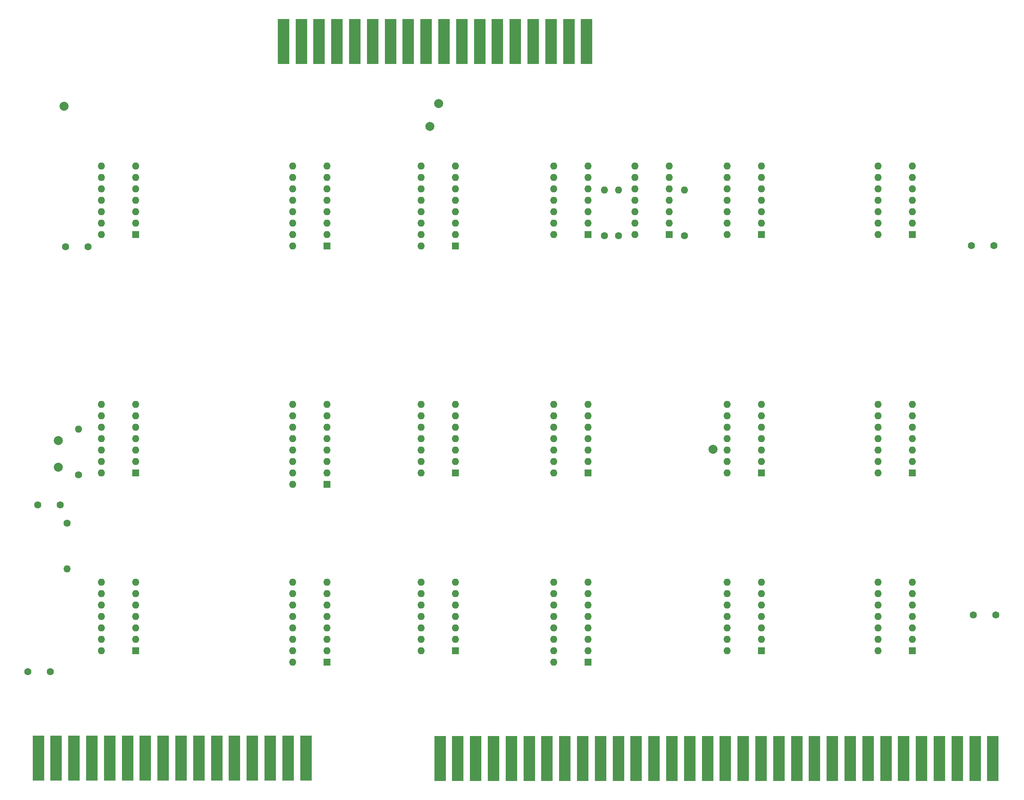
<source format=gbr>
%TF.GenerationSoftware,KiCad,Pcbnew,(5.1.10-1-10_14)*%
%TF.CreationDate,2021-06-22T16:32:21+10:00*%
%TF.ProjectId,256 word memory,32353620-776f-4726-9420-6d656d6f7279,rev?*%
%TF.SameCoordinates,Original*%
%TF.FileFunction,Soldermask,Bot*%
%TF.FilePolarity,Negative*%
%FSLAX46Y46*%
G04 Gerber Fmt 4.6, Leading zero omitted, Abs format (unit mm)*
G04 Created by KiCad (PCBNEW (5.1.10-1-10_14)) date 2021-06-22 16:32:21*
%MOMM*%
%LPD*%
G01*
G04 APERTURE LIST*
%ADD10R,2.540000X10.000000*%
%ADD11C,1.600000*%
%ADD12C,2.000000*%
%ADD13O,1.600000X1.600000*%
%ADD14R,1.600000X1.600000*%
G04 APERTURE END LIST*
D10*
%TO.C,J9*%
X145274400Y-14750000D03*
X141312000Y-14750000D03*
X137349600Y-14750000D03*
X133387200Y-14750000D03*
X129424800Y-14750000D03*
X125462400Y-14750000D03*
X121500000Y-14750000D03*
X117537600Y-14750000D03*
X113575200Y-14750000D03*
X109612800Y-14750000D03*
X105650400Y-14750000D03*
X101688000Y-14750000D03*
X97725600Y-14750000D03*
X93763200Y-14750000D03*
X89800800Y-14750000D03*
X85838400Y-14750000D03*
X81876000Y-14750000D03*
X77913600Y-14750000D03*
%TD*%
D11*
%TO.C,C5*%
X236203500Y-142303500D03*
X231203500Y-142303500D03*
%TD*%
%TO.C,C4*%
X21162000Y-154940000D03*
X26162000Y-154940000D03*
%TD*%
%TO.C,C3*%
X23321000Y-117856000D03*
X28321000Y-117856000D03*
%TD*%
%TO.C,C2*%
X235759000Y-60198000D03*
X230759000Y-60198000D03*
%TD*%
%TO.C,C1*%
X29527500Y-60388500D03*
X34527500Y-60388500D03*
%TD*%
D12*
%TO.C,J8*%
X112395000Y-28575000D03*
%TD*%
%TO.C,J7*%
X110490000Y-33655000D03*
%TD*%
%TO.C,J6*%
X29210000Y-29210000D03*
%TD*%
%TO.C,J5*%
X27940000Y-109460000D03*
%TD*%
%TO.C,J4*%
X27940000Y-103505000D03*
%TD*%
%TO.C,J3*%
X173355000Y-105500000D03*
%TD*%
D13*
%TO.C,U17*%
X176500000Y-150240000D03*
X184120000Y-135000000D03*
X176500000Y-147700000D03*
X184120000Y-137540000D03*
X176500000Y-145160000D03*
X184120000Y-140080000D03*
X176500000Y-142620000D03*
X184120000Y-142620000D03*
X176500000Y-140080000D03*
X184120000Y-145160000D03*
X176500000Y-137540000D03*
X184120000Y-147700000D03*
X176500000Y-135000000D03*
D14*
X184120000Y-150240000D03*
%TD*%
D13*
%TO.C,U6*%
X210000000Y-57740000D03*
X217620000Y-42500000D03*
X210000000Y-55200000D03*
X217620000Y-45040000D03*
X210000000Y-52660000D03*
X217620000Y-47580000D03*
X210000000Y-50120000D03*
X217620000Y-50120000D03*
X210000000Y-47580000D03*
X217620000Y-52660000D03*
X210000000Y-45040000D03*
X217620000Y-55200000D03*
X210000000Y-42500000D03*
D14*
X217620000Y-57740000D03*
%TD*%
D13*
%TO.C,U5*%
X176500000Y-57740000D03*
X184120000Y-42500000D03*
X176500000Y-55200000D03*
X184120000Y-45040000D03*
X176500000Y-52660000D03*
X184120000Y-47580000D03*
X176500000Y-50120000D03*
X184120000Y-50120000D03*
X176500000Y-47580000D03*
X184120000Y-52660000D03*
X176500000Y-45040000D03*
X184120000Y-55200000D03*
X176500000Y-42500000D03*
D14*
X184120000Y-57740000D03*
%TD*%
D13*
%TO.C,U10*%
X138000000Y-110740000D03*
X145620000Y-95500000D03*
X138000000Y-108200000D03*
X145620000Y-98040000D03*
X138000000Y-105660000D03*
X145620000Y-100580000D03*
X138000000Y-103120000D03*
X145620000Y-103120000D03*
X138000000Y-100580000D03*
X145620000Y-105660000D03*
X138000000Y-98040000D03*
X145620000Y-108200000D03*
X138000000Y-95500000D03*
D14*
X145620000Y-110740000D03*
%TD*%
D13*
%TO.C,U18*%
X210000000Y-150240000D03*
X217620000Y-135000000D03*
X210000000Y-147700000D03*
X217620000Y-137540000D03*
X210000000Y-145160000D03*
X217620000Y-140080000D03*
X210000000Y-142620000D03*
X217620000Y-142620000D03*
X210000000Y-140080000D03*
X217620000Y-145160000D03*
X210000000Y-137540000D03*
X217620000Y-147700000D03*
X210000000Y-135000000D03*
D14*
X217620000Y-150240000D03*
%TD*%
D13*
%TO.C,U12*%
X210000000Y-110740000D03*
X217620000Y-95500000D03*
X210000000Y-108200000D03*
X217620000Y-98040000D03*
X210000000Y-105660000D03*
X217620000Y-100580000D03*
X210000000Y-103120000D03*
X217620000Y-103120000D03*
X210000000Y-100580000D03*
X217620000Y-105660000D03*
X210000000Y-98040000D03*
X217620000Y-108200000D03*
X210000000Y-95500000D03*
D14*
X217620000Y-110740000D03*
%TD*%
D13*
%TO.C,U19*%
X156000000Y-57740000D03*
X163620000Y-42500000D03*
X156000000Y-55200000D03*
X163620000Y-45040000D03*
X156000000Y-52660000D03*
X163620000Y-47580000D03*
X156000000Y-50120000D03*
X163620000Y-50120000D03*
X156000000Y-47580000D03*
X163620000Y-52660000D03*
X156000000Y-45040000D03*
X163620000Y-55200000D03*
X156000000Y-42500000D03*
D14*
X163620000Y-57740000D03*
%TD*%
D13*
%TO.C,R5*%
X152400000Y-47840000D03*
D11*
X152400000Y-58000000D03*
%TD*%
D13*
%TO.C,R4*%
X167000000Y-47840000D03*
D11*
X167000000Y-58000000D03*
%TD*%
D13*
%TO.C,R3*%
X149225000Y-47840000D03*
D11*
X149225000Y-58000000D03*
%TD*%
D13*
%TO.C,U2*%
X80000000Y-60280000D03*
X87620000Y-42500000D03*
X80000000Y-57740000D03*
X87620000Y-45040000D03*
X80000000Y-55200000D03*
X87620000Y-47580000D03*
X80000000Y-52660000D03*
X87620000Y-50120000D03*
X80000000Y-50120000D03*
X87620000Y-52660000D03*
X80000000Y-47580000D03*
X87620000Y-55200000D03*
X80000000Y-45040000D03*
X87620000Y-57740000D03*
X80000000Y-42500000D03*
D14*
X87620000Y-60280000D03*
%TD*%
D10*
%TO.C,J2*%
X23464000Y-174100000D03*
X27426400Y-174100000D03*
X31388800Y-174100000D03*
X35351200Y-174100000D03*
X39313600Y-174100000D03*
X43276000Y-174100000D03*
X47238400Y-174100000D03*
X51200800Y-174100000D03*
X55163200Y-174100000D03*
X59125600Y-174100000D03*
X63088000Y-174100000D03*
X67050400Y-174100000D03*
X71012800Y-174100000D03*
X74975200Y-174100000D03*
X78937600Y-174100000D03*
X82900000Y-174100000D03*
%TD*%
D13*
%TO.C,U16*%
X138000000Y-152780000D03*
X145620000Y-135000000D03*
X138000000Y-150240000D03*
X145620000Y-137540000D03*
X138000000Y-147700000D03*
X145620000Y-140080000D03*
X138000000Y-145160000D03*
X145620000Y-142620000D03*
X138000000Y-142620000D03*
X145620000Y-145160000D03*
X138000000Y-140080000D03*
X145620000Y-147700000D03*
X138000000Y-137540000D03*
X145620000Y-150240000D03*
X138000000Y-135000000D03*
D14*
X145620000Y-152780000D03*
%TD*%
D13*
%TO.C,U13*%
X37500000Y-150240000D03*
X45120000Y-135000000D03*
X37500000Y-147700000D03*
X45120000Y-137540000D03*
X37500000Y-145160000D03*
X45120000Y-140080000D03*
X37500000Y-142620000D03*
X45120000Y-142620000D03*
X37500000Y-140080000D03*
X45120000Y-145160000D03*
X37500000Y-137540000D03*
X45120000Y-147700000D03*
X37500000Y-135000000D03*
D14*
X45120000Y-150240000D03*
%TD*%
D13*
%TO.C,U7*%
X37500000Y-110740000D03*
X45120000Y-95500000D03*
X37500000Y-108200000D03*
X45120000Y-98040000D03*
X37500000Y-105660000D03*
X45120000Y-100580000D03*
X37500000Y-103120000D03*
X45120000Y-103120000D03*
X37500000Y-100580000D03*
X45120000Y-105660000D03*
X37500000Y-98040000D03*
X45120000Y-108200000D03*
X37500000Y-95500000D03*
D14*
X45120000Y-110740000D03*
%TD*%
D10*
%TO.C,J1*%
X116662400Y-174200000D03*
X112700000Y-174200000D03*
X160248800Y-174200000D03*
X156286400Y-174200000D03*
X152324000Y-174200000D03*
X148361600Y-174200000D03*
X144399200Y-174200000D03*
X140436800Y-174200000D03*
X136474400Y-174200000D03*
X132512000Y-174200000D03*
X128549600Y-174200000D03*
X124587200Y-174200000D03*
X120624800Y-174200000D03*
X164211200Y-174200000D03*
X168173600Y-174200000D03*
X172136000Y-174200000D03*
X176098400Y-174200000D03*
X180060800Y-174200000D03*
X184023200Y-174200000D03*
X187985600Y-174200000D03*
X191948000Y-174200000D03*
X195910400Y-174200000D03*
X199872800Y-174200000D03*
X203835200Y-174200000D03*
X207797600Y-174200000D03*
X211760000Y-174200000D03*
X215722400Y-174200000D03*
X219684800Y-174200000D03*
X223647200Y-174200000D03*
X227609600Y-174200000D03*
X231572000Y-174200000D03*
X235534400Y-174200000D03*
%TD*%
D13*
%TO.C,R1*%
X32385000Y-100965000D03*
D11*
X32385000Y-111125000D03*
%TD*%
D13*
%TO.C,R2*%
X29845000Y-132080000D03*
D11*
X29845000Y-121920000D03*
%TD*%
D13*
%TO.C,U1*%
X37500000Y-57740000D03*
X45120000Y-42500000D03*
X37500000Y-55200000D03*
X45120000Y-45040000D03*
X37500000Y-52660000D03*
X45120000Y-47580000D03*
X37500000Y-50120000D03*
X45120000Y-50120000D03*
X37500000Y-47580000D03*
X45120000Y-52660000D03*
X37500000Y-45040000D03*
X45120000Y-55200000D03*
X37500000Y-42500000D03*
D14*
X45120000Y-57740000D03*
%TD*%
D13*
%TO.C,U3*%
X108500000Y-60280000D03*
X116120000Y-42500000D03*
X108500000Y-57740000D03*
X116120000Y-45040000D03*
X108500000Y-55200000D03*
X116120000Y-47580000D03*
X108500000Y-52660000D03*
X116120000Y-50120000D03*
X108500000Y-50120000D03*
X116120000Y-52660000D03*
X108500000Y-47580000D03*
X116120000Y-55200000D03*
X108500000Y-45040000D03*
X116120000Y-57740000D03*
X108500000Y-42500000D03*
D14*
X116120000Y-60280000D03*
%TD*%
D13*
%TO.C,U4*%
X138000000Y-57740000D03*
X145620000Y-42500000D03*
X138000000Y-55200000D03*
X145620000Y-45040000D03*
X138000000Y-52660000D03*
X145620000Y-47580000D03*
X138000000Y-50120000D03*
X145620000Y-50120000D03*
X138000000Y-47580000D03*
X145620000Y-52660000D03*
X138000000Y-45040000D03*
X145620000Y-55200000D03*
X138000000Y-42500000D03*
D14*
X145620000Y-57740000D03*
%TD*%
D13*
%TO.C,U8*%
X80000000Y-113280000D03*
X87620000Y-95500000D03*
X80000000Y-110740000D03*
X87620000Y-98040000D03*
X80000000Y-108200000D03*
X87620000Y-100580000D03*
X80000000Y-105660000D03*
X87620000Y-103120000D03*
X80000000Y-103120000D03*
X87620000Y-105660000D03*
X80000000Y-100580000D03*
X87620000Y-108200000D03*
X80000000Y-98040000D03*
X87620000Y-110740000D03*
X80000000Y-95500000D03*
D14*
X87620000Y-113280000D03*
%TD*%
D13*
%TO.C,U9*%
X108500000Y-110740000D03*
X116120000Y-95500000D03*
X108500000Y-108200000D03*
X116120000Y-98040000D03*
X108500000Y-105660000D03*
X116120000Y-100580000D03*
X108500000Y-103120000D03*
X116120000Y-103120000D03*
X108500000Y-100580000D03*
X116120000Y-105660000D03*
X108500000Y-98040000D03*
X116120000Y-108200000D03*
X108500000Y-95500000D03*
D14*
X116120000Y-110740000D03*
%TD*%
D13*
%TO.C,U11*%
X176500000Y-110740000D03*
X184120000Y-95500000D03*
X176500000Y-108200000D03*
X184120000Y-98040000D03*
X176500000Y-105660000D03*
X184120000Y-100580000D03*
X176500000Y-103120000D03*
X184120000Y-103120000D03*
X176500000Y-100580000D03*
X184120000Y-105660000D03*
X176500000Y-98040000D03*
X184120000Y-108200000D03*
X176500000Y-95500000D03*
D14*
X184120000Y-110740000D03*
%TD*%
D13*
%TO.C,U14*%
X80000000Y-152780000D03*
X87620000Y-135000000D03*
X80000000Y-150240000D03*
X87620000Y-137540000D03*
X80000000Y-147700000D03*
X87620000Y-140080000D03*
X80000000Y-145160000D03*
X87620000Y-142620000D03*
X80000000Y-142620000D03*
X87620000Y-145160000D03*
X80000000Y-140080000D03*
X87620000Y-147700000D03*
X80000000Y-137540000D03*
X87620000Y-150240000D03*
X80000000Y-135000000D03*
D14*
X87620000Y-152780000D03*
%TD*%
D13*
%TO.C,U15*%
X108500000Y-150240000D03*
X116120000Y-135000000D03*
X108500000Y-147700000D03*
X116120000Y-137540000D03*
X108500000Y-145160000D03*
X116120000Y-140080000D03*
X108500000Y-142620000D03*
X116120000Y-142620000D03*
X108500000Y-140080000D03*
X116120000Y-145160000D03*
X108500000Y-137540000D03*
X116120000Y-147700000D03*
X108500000Y-135000000D03*
D14*
X116120000Y-150240000D03*
%TD*%
M02*

</source>
